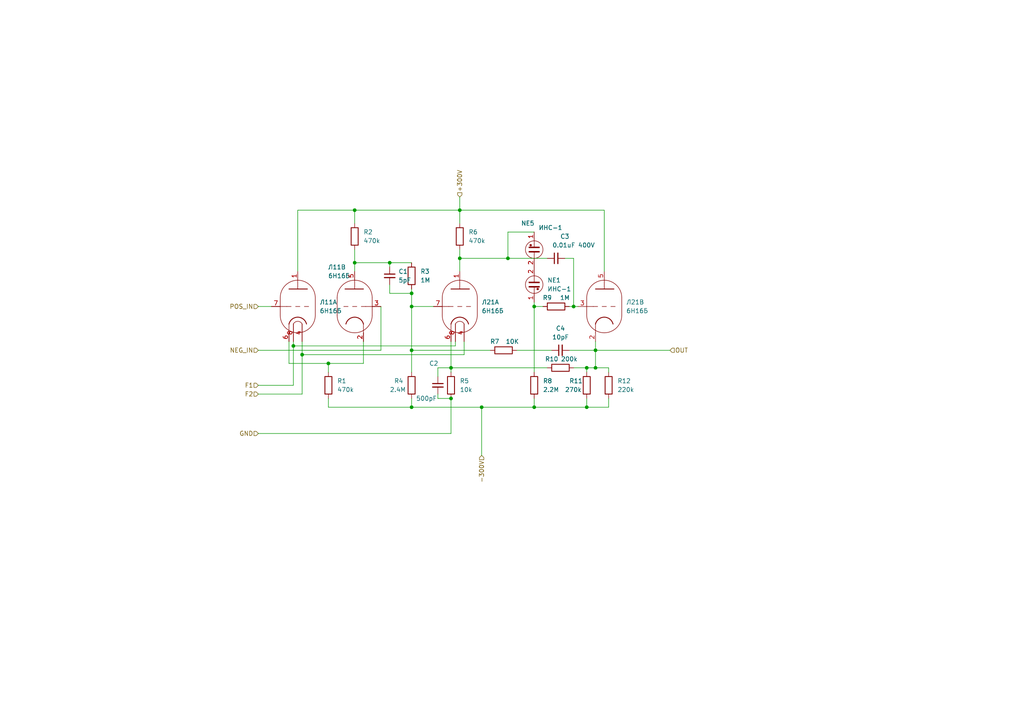
<source format=kicad_sch>
(kicad_sch (version 20230121) (generator eeschema)

  (uuid 2d6bdae2-2c8d-467f-87fd-19e793c78c2d)

  (paper "A4")

  (lib_symbols
    (symbol "Device:C_Small" (pin_numbers hide) (pin_names (offset 0.254) hide) (in_bom yes) (on_board yes)
      (property "Reference" "C" (at 0.254 1.778 0)
        (effects (font (size 1.27 1.27)) (justify left))
      )
      (property "Value" "C_Small" (at 0.254 -2.032 0)
        (effects (font (size 1.27 1.27)) (justify left))
      )
      (property "Footprint" "" (at 0 0 0)
        (effects (font (size 1.27 1.27)) hide)
      )
      (property "Datasheet" "~" (at 0 0 0)
        (effects (font (size 1.27 1.27)) hide)
      )
      (property "ki_keywords" "capacitor cap" (at 0 0 0)
        (effects (font (size 1.27 1.27)) hide)
      )
      (property "ki_description" "Unpolarized capacitor, small symbol" (at 0 0 0)
        (effects (font (size 1.27 1.27)) hide)
      )
      (property "ki_fp_filters" "C_*" (at 0 0 0)
        (effects (font (size 1.27 1.27)) hide)
      )
      (symbol "C_Small_0_1"
        (polyline
          (pts
            (xy -1.524 -0.508)
            (xy 1.524 -0.508)
          )
          (stroke (width 0.3302) (type default))
          (fill (type none))
        )
        (polyline
          (pts
            (xy -1.524 0.508)
            (xy 1.524 0.508)
          )
          (stroke (width 0.3048) (type default))
          (fill (type none))
        )
      )
      (symbol "C_Small_1_1"
        (pin passive line (at 0 2.54 270) (length 2.032)
          (name "~" (effects (font (size 1.27 1.27))))
          (number "1" (effects (font (size 1.27 1.27))))
        )
        (pin passive line (at 0 -2.54 90) (length 2.032)
          (name "~" (effects (font (size 1.27 1.27))))
          (number "2" (effects (font (size 1.27 1.27))))
        )
      )
    )
    (symbol "Device:Lamp_Neon" (pin_names (offset 0.0254) hide) (in_bom yes) (on_board yes)
      (property "Reference" "NE" (at 0.635 3.81 0)
        (effects (font (size 1.27 1.27)) (justify left))
      )
      (property "Value" "Lamp_Neon" (at 0.635 -3.81 0)
        (effects (font (size 1.27 1.27)) (justify left))
      )
      (property "Footprint" "" (at 0 2.54 90)
        (effects (font (size 1.27 1.27)) hide)
      )
      (property "Datasheet" "~" (at 0 2.54 90)
        (effects (font (size 1.27 1.27)) hide)
      )
      (property "ki_keywords" "neon lamp" (at 0 0 0)
        (effects (font (size 1.27 1.27)) hide)
      )
      (property "ki_description" "Neon lamp" (at 0 0 0)
        (effects (font (size 1.27 1.27)) hide)
      )
      (symbol "Lamp_Neon_0_1"
        (rectangle (start -1.524 -0.508) (end 1.524 -0.762)
          (stroke (width 0) (type default))
          (fill (type outline))
        )
        (rectangle (start -1.524 0.762) (end 1.524 0.508)
          (stroke (width 0) (type default))
          (fill (type outline))
        )
        (polyline
          (pts
            (xy 0 -2.54)
            (xy 0 -0.762)
          )
          (stroke (width 0) (type default))
          (fill (type none))
        )
        (polyline
          (pts
            (xy 0 0.762)
            (xy 0 2.54)
          )
          (stroke (width 0) (type default))
          (fill (type none))
        )
        (circle (center 0 0) (radius 2.54)
          (stroke (width 0) (type default))
          (fill (type none))
        )
        (circle (center 1.016 -1.27) (radius 0.254)
          (stroke (width 0) (type default))
          (fill (type outline))
        )
      )
      (symbol "Lamp_Neon_1_1"
        (pin passive line (at 0 -5.08 90) (length 2.54)
          (name "~" (effects (font (size 1.27 1.27))))
          (number "1" (effects (font (size 1.27 1.27))))
        )
        (pin passive line (at 0 5.08 270) (length 2.54)
          (name "~" (effects (font (size 1.27 1.27))))
          (number "2" (effects (font (size 1.27 1.27))))
        )
      )
    )
    (symbol "Device:R" (pin_numbers hide) (pin_names (offset 0)) (in_bom yes) (on_board yes)
      (property "Reference" "R" (at 2.032 0 90)
        (effects (font (size 1.27 1.27)))
      )
      (property "Value" "R" (at 0 0 90)
        (effects (font (size 1.27 1.27)))
      )
      (property "Footprint" "" (at -1.778 0 90)
        (effects (font (size 1.27 1.27)) hide)
      )
      (property "Datasheet" "~" (at 0 0 0)
        (effects (font (size 1.27 1.27)) hide)
      )
      (property "ki_keywords" "R res resistor" (at 0 0 0)
        (effects (font (size 1.27 1.27)) hide)
      )
      (property "ki_description" "Resistor" (at 0 0 0)
        (effects (font (size 1.27 1.27)) hide)
      )
      (property "ki_fp_filters" "R_*" (at 0 0 0)
        (effects (font (size 1.27 1.27)) hide)
      )
      (symbol "R_0_1"
        (rectangle (start -1.016 -2.54) (end 1.016 2.54)
          (stroke (width 0.254) (type default))
          (fill (type none))
        )
      )
      (symbol "R_1_1"
        (pin passive line (at 0 3.81 270) (length 1.27)
          (name "~" (effects (font (size 1.27 1.27))))
          (number "1" (effects (font (size 1.27 1.27))))
        )
        (pin passive line (at 0 -3.81 90) (length 1.27)
          (name "~" (effects (font (size 1.27 1.27))))
          (number "2" (effects (font (size 1.27 1.27))))
        )
      )
    )
    (symbol "vacuum_tube:6Н16Б" (pin_names (offset 0) hide) (in_bom yes) (on_board yes)
      (property "Reference" "Л" (at 3.302 7.874 0)
        (effects (font (size 1.27 1.27)))
      )
      (property "Value" "6Н16Б" (at 8.89 -7.62 0)
        (effects (font (size 1.27 1.27)))
      )
      (property "Footprint" "" (at 6.858 -10.16 0)
        (effects (font (size 1.27 1.27)) hide)
      )
      (property "Datasheet" "" (at 0 0 0)
        (effects (font (size 1.27 1.27)) hide)
      )
      (property "ki_locked" "" (at 0 0 0)
        (effects (font (size 1.27 1.27)))
      )
      (property "ki_keywords" "triode valve" (at 0 0 0)
        (effects (font (size 1.27 1.27)) hide)
      )
      (property "ki_description" "double triode" (at 0 0 0)
        (effects (font (size 1.27 1.27)) hide)
      )
      (property "ki_fp_filters" "VALVE*NOVAL*P*" (at 0 0 0)
        (effects (font (size 1.27 1.27)) hide)
      )
      (symbol "6Н16Б_0_1"
        (arc (start -5.08 -2.54) (mid 0 -7.5979) (end 5.08 -2.54)
          (stroke (width 0) (type default))
          (fill (type none))
        )
        (polyline
          (pts
            (xy 5.08 2.54)
            (xy 5.08 -2.54)
          )
          (stroke (width 0) (type default))
          (fill (type none))
        )
        (polyline
          (pts
            (xy -5.08 2.54)
            (xy -5.08 -2.54)
            (xy -5.08 -2.54)
          )
          (stroke (width 0) (type default))
          (fill (type none))
        )
        (arc (start 5.08 2.54) (mid 0 7.5979) (end -5.08 2.54)
          (stroke (width 0) (type default))
          (fill (type none))
        )
      )
      (symbol "6Н16Б_1_0"
        (polyline
          (pts
            (xy -2.54 -5.08)
            (xy -2.54 -7.62)
          )
          (stroke (width 0) (type default))
          (fill (type none))
        )
        (polyline
          (pts
            (xy 0 5.08)
            (xy 0 7.62)
          )
          (stroke (width 0) (type default))
          (fill (type none))
        )
      )
      (symbol "6Н16Б_1_1"
        (polyline
          (pts
            (xy -5.08 0)
            (xy -3.175 0)
          )
          (stroke (width 0) (type default))
          (fill (type none))
        )
        (polyline
          (pts
            (xy -1.905 0)
            (xy -3.175 0)
          )
          (stroke (width 0.1524) (type default))
          (fill (type none))
        )
        (polyline
          (pts
            (xy -0.635 0)
            (xy 0.635 0)
          )
          (stroke (width 0.1524) (type default))
          (fill (type none))
        )
        (polyline
          (pts
            (xy 1.905 0)
            (xy 3.175 0)
          )
          (stroke (width 0.1524) (type default))
          (fill (type none))
        )
        (polyline
          (pts
            (xy -2.54 5.08)
            (xy 2.794 5.08)
            (xy 2.794 5.08)
          )
          (stroke (width 0.254) (type default))
          (fill (type none))
        )
        (arc (start 1.27 -5.08) (mid 0 -4.2951) (end -1.27 -5.08)
          (stroke (width 0) (type default))
          (fill (type none))
        )
        (arc (start 2.54 -5.08) (mid 0 -3.0968) (end -2.54 -5.08)
          (stroke (width 0.254) (type default))
          (fill (type none))
        )
        (pin output line (at 0 10.16 270) (length 2.54)
          (name "A" (effects (font (size 1.27 1.27))))
          (number "1" (effects (font (size 1.27 1.27))))
        )
        (pin power_in line (at 1.27 -10.16 90) (length 5.08)
          (name "F1" (effects (font (size 1.27 1.27))))
          (number "4" (effects (font (size 1.27 1.27))))
        )
        (pin bidirectional line (at -2.54 -10.16 90) (length 2.54)
          (name "K" (effects (font (size 1.27 1.27))))
          (number "6" (effects (font (size 1.27 1.27))))
        )
        (pin input line (at -7.62 0 0) (length 2.54)
          (name "G" (effects (font (size 1.27 1.27))))
          (number "7" (effects (font (size 1.27 1.27))))
        )
        (pin power_in line (at -1.27 -10.16 90) (length 5.08)
          (name "F1" (effects (font (size 1.27 1.27))))
          (number "8" (effects (font (size 1.27 1.27))))
        )
      )
      (symbol "6Н16Б_2_0"
        (polyline
          (pts
            (xy -2.54 -5.08)
            (xy -2.54 -7.62)
          )
          (stroke (width 0) (type default))
          (fill (type none))
        )
        (polyline
          (pts
            (xy 0 5.08)
            (xy 0 7.62)
          )
          (stroke (width 0) (type default))
          (fill (type none))
        )
      )
      (symbol "6Н16Б_2_1"
        (polyline
          (pts
            (xy -5.08 0)
            (xy -3.175 0)
          )
          (stroke (width 0) (type default))
          (fill (type none))
        )
        (polyline
          (pts
            (xy -1.905 0)
            (xy -3.175 0)
          )
          (stroke (width 0.1524) (type default))
          (fill (type none))
        )
        (polyline
          (pts
            (xy -0.635 0)
            (xy 0.635 0)
          )
          (stroke (width 0.1524) (type default))
          (fill (type none))
        )
        (polyline
          (pts
            (xy 1.905 0)
            (xy 3.175 0)
          )
          (stroke (width 0.1524) (type default))
          (fill (type none))
        )
        (polyline
          (pts
            (xy -2.54 5.08)
            (xy 2.794 5.08)
            (xy 2.794 5.08)
          )
          (stroke (width 0.254) (type default))
          (fill (type none))
        )
        (arc (start 2.54 -5.08) (mid 0 -3.0968) (end -2.54 -5.08)
          (stroke (width 0.254) (type default))
          (fill (type none))
        )
        (pin bidirectional line (at -2.54 -10.16 90) (length 2.54)
          (name "K" (effects (font (size 1.27 1.27))))
          (number "2" (effects (font (size 1.27 1.27))))
        )
        (pin input line (at -7.62 0 0) (length 2.54)
          (name "G" (effects (font (size 1.27 1.27))))
          (number "3" (effects (font (size 1.27 1.27))))
        )
        (pin output line (at 0 10.16 270) (length 2.54)
          (name "A" (effects (font (size 1.27 1.27))))
          (number "5" (effects (font (size 1.27 1.27))))
        )
      )
    )
  )

  (junction (at 119.38 118.11) (diameter 0) (color 0 0 0 0)
    (uuid 0054f551-db6c-40ae-bf20-74d2735b1295)
  )
  (junction (at 166.37 88.9) (diameter 0) (color 0 0 0 0)
    (uuid 09f993a9-4c25-42a7-870e-32baac81c8ee)
  )
  (junction (at 95.25 105.41) (diameter 0) (color 0 0 0 0)
    (uuid 0f7d39d5-50d4-4344-82f0-8f92c6e207b0)
  )
  (junction (at 102.87 76.2) (diameter 0) (color 0 0 0 0)
    (uuid 2673ef56-312b-44aa-a620-cbde37fe2217)
  )
  (junction (at 170.18 106.68) (diameter 0) (color 0 0 0 0)
    (uuid 31adb38a-580d-4df2-8357-6953826a7b56)
  )
  (junction (at 87.63 102.87) (diameter 0) (color 0 0 0 0)
    (uuid 3b96ceaa-2e66-474a-91a8-507dda4f3aee)
  )
  (junction (at 133.35 60.96) (diameter 0) (color 0 0 0 0)
    (uuid 45a40dc0-68fe-4ae7-b3b5-70508051e866)
  )
  (junction (at 172.72 106.68) (diameter 0) (color 0 0 0 0)
    (uuid 47a4a782-9c60-4892-a4b5-9d9dc0712425)
  )
  (junction (at 130.81 106.68) (diameter 0) (color 0 0 0 0)
    (uuid 57713c0f-aa3c-46ee-a6df-de1b9212f57d)
  )
  (junction (at 119.38 88.9) (diameter 0) (color 0 0 0 0)
    (uuid 5e5983c8-0d2f-4b4f-a786-d853dbf575e6)
  )
  (junction (at 102.87 60.96) (diameter 0) (color 0 0 0 0)
    (uuid 7af6dde7-2de9-411b-94ee-f34a507450d7)
  )
  (junction (at 139.7 118.11) (diameter 0) (color 0 0 0 0)
    (uuid 7edee6ee-9f41-4d87-9d3f-2915d8998aab)
  )
  (junction (at 85.09 100.33) (diameter 0) (color 0 0 0 0)
    (uuid 93064f0d-f854-4e56-a719-8410c9876417)
  )
  (junction (at 113.03 76.2) (diameter 0) (color 0 0 0 0)
    (uuid a77ea241-c230-4540-a6da-43dc75af83f8)
  )
  (junction (at 119.38 101.6) (diameter 0) (color 0 0 0 0)
    (uuid b71efc25-a43d-46fb-94ac-71bfc4873ba1)
  )
  (junction (at 154.94 118.11) (diameter 0) (color 0 0 0 0)
    (uuid c55c6066-a12f-4c73-a0a1-9e5a6b16015c)
  )
  (junction (at 147.32 74.93) (diameter 0) (color 0 0 0 0)
    (uuid ccdbddd8-2112-4a57-8f01-4f64a93b45b8)
  )
  (junction (at 130.81 115.57) (diameter 0) (color 0 0 0 0)
    (uuid d3a0e5df-a8d6-480a-8a2f-152bc46143e1)
  )
  (junction (at 172.72 101.6) (diameter 0) (color 0 0 0 0)
    (uuid d9370ce4-0dfc-449e-b03d-9c71b888fa97)
  )
  (junction (at 133.35 74.93) (diameter 0) (color 0 0 0 0)
    (uuid e598bd6c-4c08-4fdf-8ee6-4db1a74458e7)
  )
  (junction (at 170.18 118.11) (diameter 0) (color 0 0 0 0)
    (uuid e785f5a3-1b8a-492a-890b-bbcf5e3abc82)
  )
  (junction (at 119.38 85.09) (diameter 0) (color 0 0 0 0)
    (uuid f6ef9674-d9aa-4b17-8614-c216fede8583)
  )
  (junction (at 154.94 88.9) (diameter 0) (color 0 0 0 0)
    (uuid f8789e94-3073-4b3c-a4dd-3d60f8e22567)
  )

  (wire (pts (xy 113.03 76.2) (xy 113.03 77.47))
    (stroke (width 0) (type default))
    (uuid 0c7131b8-94c4-46b4-88f2-df7db2932a62)
  )
  (wire (pts (xy 175.26 60.96) (xy 133.35 60.96))
    (stroke (width 0) (type default))
    (uuid 0d15a41d-914c-4953-adb3-2147c685eda7)
  )
  (wire (pts (xy 85.09 100.33) (xy 85.09 99.06))
    (stroke (width 0) (type default))
    (uuid 0ee54641-b552-4252-a3d6-64c76838e480)
  )
  (wire (pts (xy 165.1 88.9) (xy 166.37 88.9))
    (stroke (width 0) (type default))
    (uuid 11fa6ab2-6b45-48ac-b7cd-0937c7462231)
  )
  (wire (pts (xy 166.37 106.68) (xy 170.18 106.68))
    (stroke (width 0) (type default))
    (uuid 12d3e95a-b488-4591-85e2-e547ced14534)
  )
  (wire (pts (xy 85.09 111.76) (xy 85.09 100.33))
    (stroke (width 0) (type default))
    (uuid 146d64c4-a5d7-4d12-aa33-a73638143256)
  )
  (wire (pts (xy 139.7 118.11) (xy 139.7 132.08))
    (stroke (width 0) (type default))
    (uuid 16f15d8e-c304-4b76-9f3a-7b1d8b2f88f5)
  )
  (wire (pts (xy 83.82 105.41) (xy 83.82 99.06))
    (stroke (width 0) (type default))
    (uuid 1a6af285-8170-49d7-81b0-4e6e8f2d633f)
  )
  (wire (pts (xy 172.72 101.6) (xy 194.31 101.6))
    (stroke (width 0) (type default))
    (uuid 1c4b8a17-4eaf-40f3-ae12-55b6b9de1100)
  )
  (wire (pts (xy 130.81 106.68) (xy 130.81 107.95))
    (stroke (width 0) (type default))
    (uuid 1c89a15a-c58b-4311-9166-e9b511c33040)
  )
  (wire (pts (xy 170.18 106.68) (xy 170.18 107.95))
    (stroke (width 0) (type default))
    (uuid 22c99ee1-45a9-4277-a219-e460400129ea)
  )
  (wire (pts (xy 127 115.57) (xy 130.81 115.57))
    (stroke (width 0) (type default))
    (uuid 25ef4074-a726-4710-9f92-c38d83cd356a)
  )
  (wire (pts (xy 102.87 60.96) (xy 102.87 64.77))
    (stroke (width 0) (type default))
    (uuid 28c0623d-e8c0-4d87-8f7b-5c0c6dd8634a)
  )
  (wire (pts (xy 113.03 76.2) (xy 119.38 76.2))
    (stroke (width 0) (type default))
    (uuid 29bcf6be-2202-4762-a2ee-f3379ce892f3)
  )
  (wire (pts (xy 102.87 72.39) (xy 102.87 76.2))
    (stroke (width 0) (type default))
    (uuid 2ad767a7-f9ff-494b-904a-f2d2a5657ab5)
  )
  (wire (pts (xy 134.62 99.06) (xy 134.62 102.87))
    (stroke (width 0) (type default))
    (uuid 2eee8105-c75a-49b8-8984-001686d6e986)
  )
  (wire (pts (xy 119.38 85.09) (xy 119.38 88.9))
    (stroke (width 0) (type default))
    (uuid 2f0bafd7-6e39-4171-a64c-377020221315)
  )
  (wire (pts (xy 119.38 101.6) (xy 142.24 101.6))
    (stroke (width 0) (type default))
    (uuid 3123b2e8-7c07-45eb-a9e3-ed094a4960af)
  )
  (wire (pts (xy 172.72 106.68) (xy 176.53 106.68))
    (stroke (width 0) (type default))
    (uuid 3372f5cd-2681-4f43-917c-411f892a1b52)
  )
  (wire (pts (xy 102.87 60.96) (xy 86.36 60.96))
    (stroke (width 0) (type default))
    (uuid 33bca034-f162-4293-ae5b-e69083e85e7c)
  )
  (wire (pts (xy 127 106.68) (xy 130.81 106.68))
    (stroke (width 0) (type default))
    (uuid 36810712-3cdc-4075-b163-fa8c77c7b9cd)
  )
  (wire (pts (xy 165.1 101.6) (xy 172.72 101.6))
    (stroke (width 0) (type default))
    (uuid 3a2c2086-9297-4d7f-a88a-afb2ba4a10f7)
  )
  (wire (pts (xy 154.94 107.95) (xy 154.94 88.9))
    (stroke (width 0) (type default))
    (uuid 3c77ee65-4f39-4aa0-9571-ed4503711f49)
  )
  (wire (pts (xy 110.49 101.6) (xy 74.93 101.6))
    (stroke (width 0) (type default))
    (uuid 3ee58926-09c6-40b5-9cd8-56155d794a92)
  )
  (wire (pts (xy 119.38 118.11) (xy 95.25 118.11))
    (stroke (width 0) (type default))
    (uuid 44287de7-1823-44ad-af1a-462474fdb4d1)
  )
  (wire (pts (xy 102.87 76.2) (xy 102.87 78.74))
    (stroke (width 0) (type default))
    (uuid 49494cd7-6684-468e-96e3-5a8de47bb2c2)
  )
  (wire (pts (xy 74.93 88.9) (xy 78.74 88.9))
    (stroke (width 0) (type default))
    (uuid 5348a1ed-dd1e-4ed5-a5fe-93f6c996886d)
  )
  (wire (pts (xy 83.82 105.41) (xy 95.25 105.41))
    (stroke (width 0) (type default))
    (uuid 540c150a-3c36-403f-9042-69aa49d7975a)
  )
  (wire (pts (xy 119.38 88.9) (xy 125.73 88.9))
    (stroke (width 0) (type default))
    (uuid 59364cc4-673f-4f57-a0d3-208db4bb1118)
  )
  (wire (pts (xy 119.38 83.82) (xy 119.38 85.09))
    (stroke (width 0) (type default))
    (uuid 5aaf594d-d0ce-4842-9051-57c9d8a3dbcf)
  )
  (wire (pts (xy 163.83 74.93) (xy 166.37 74.93))
    (stroke (width 0) (type default))
    (uuid 5ee6fccf-35d2-4d50-b228-2f8f95977428)
  )
  (wire (pts (xy 167.64 88.9) (xy 166.37 88.9))
    (stroke (width 0) (type default))
    (uuid 60a8a679-3937-49c7-aafc-b3b715cf677d)
  )
  (wire (pts (xy 74.93 125.73) (xy 130.81 125.73))
    (stroke (width 0) (type default))
    (uuid 67c1036f-9abb-4b4e-b0bd-a3480bee1dcb)
  )
  (wire (pts (xy 119.38 101.6) (xy 119.38 107.95))
    (stroke (width 0) (type default))
    (uuid 69179a9b-37f9-4dd5-af23-639353f9d972)
  )
  (wire (pts (xy 166.37 74.93) (xy 166.37 88.9))
    (stroke (width 0) (type default))
    (uuid 73c582eb-5050-4df1-a1c3-e5a5c5db47cc)
  )
  (wire (pts (xy 154.94 67.31) (xy 147.32 67.31))
    (stroke (width 0) (type default))
    (uuid 75bb0ed9-4dd9-4cc7-befc-f01c1bce2ef9)
  )
  (wire (pts (xy 127 114.3) (xy 127 115.57))
    (stroke (width 0) (type default))
    (uuid 7ee610c1-e46e-4e9b-acd3-83afcacd4c8a)
  )
  (wire (pts (xy 130.81 99.06) (xy 130.81 106.68))
    (stroke (width 0) (type default))
    (uuid 7f6869d1-bbc7-431b-af0a-6f95e14b6e4b)
  )
  (wire (pts (xy 133.35 74.93) (xy 147.32 74.93))
    (stroke (width 0) (type default))
    (uuid 7fceed54-f002-447c-913d-276d4198d860)
  )
  (wire (pts (xy 74.93 111.76) (xy 85.09 111.76))
    (stroke (width 0) (type default))
    (uuid 83294514-5b73-47b6-8f2a-effbb8ed8e32)
  )
  (wire (pts (xy 119.38 115.57) (xy 119.38 118.11))
    (stroke (width 0) (type default))
    (uuid 8debbb9f-43fe-447a-a462-34fd3ca3089e)
  )
  (wire (pts (xy 147.32 74.93) (xy 158.75 74.93))
    (stroke (width 0) (type default))
    (uuid 8fff27fc-c7ee-4382-91ee-e3624ad5a4fb)
  )
  (wire (pts (xy 172.72 99.06) (xy 172.72 101.6))
    (stroke (width 0) (type default))
    (uuid 9223d7d3-3464-4cbc-b4c7-36ab2155e794)
  )
  (wire (pts (xy 133.35 57.15) (xy 133.35 60.96))
    (stroke (width 0) (type default))
    (uuid 92b7a93f-9747-4472-95cb-cfa3f962baa4)
  )
  (wire (pts (xy 154.94 118.11) (xy 170.18 118.11))
    (stroke (width 0) (type default))
    (uuid 9e0ac5e5-3741-40ae-8fea-16e5c64826a7)
  )
  (wire (pts (xy 119.38 118.11) (xy 139.7 118.11))
    (stroke (width 0) (type default))
    (uuid a22ad378-2def-4548-87e8-11d1a155f490)
  )
  (wire (pts (xy 102.87 76.2) (xy 113.03 76.2))
    (stroke (width 0) (type default))
    (uuid a2674ae8-96cc-43f2-ae98-bd28f5e3e9b3)
  )
  (wire (pts (xy 113.03 82.55) (xy 113.03 85.09))
    (stroke (width 0) (type default))
    (uuid a317d9ca-8f15-49d3-9e6f-1f3f1c9ea228)
  )
  (wire (pts (xy 119.38 88.9) (xy 119.38 101.6))
    (stroke (width 0) (type default))
    (uuid a31f5b0c-c194-4532-8300-16792cc15d01)
  )
  (wire (pts (xy 176.53 106.68) (xy 176.53 107.95))
    (stroke (width 0) (type default))
    (uuid a3ab89e3-a9a9-45d5-9ba8-65ca03d79478)
  )
  (wire (pts (xy 154.94 87.63) (xy 154.94 88.9))
    (stroke (width 0) (type default))
    (uuid a3f9b3ec-867a-4279-89b5-19ac11b94379)
  )
  (wire (pts (xy 170.18 118.11) (xy 170.18 115.57))
    (stroke (width 0) (type default))
    (uuid ac7959c7-53fc-4a07-9232-34fde485ded9)
  )
  (wire (pts (xy 87.63 114.3) (xy 87.63 102.87))
    (stroke (width 0) (type default))
    (uuid ac8a868e-fa69-4f2f-9522-29e0e6dd4feb)
  )
  (wire (pts (xy 170.18 118.11) (xy 176.53 118.11))
    (stroke (width 0) (type default))
    (uuid aca3eab9-d8dc-4530-8a11-7eeb353bda90)
  )
  (wire (pts (xy 139.7 118.11) (xy 154.94 118.11))
    (stroke (width 0) (type default))
    (uuid ada1b25e-fd33-4f66-96ce-c742ba921249)
  )
  (wire (pts (xy 133.35 72.39) (xy 133.35 74.93))
    (stroke (width 0) (type default))
    (uuid b12bb61a-97fb-43f0-b6f7-7a5a194e5339)
  )
  (wire (pts (xy 147.32 67.31) (xy 147.32 74.93))
    (stroke (width 0) (type default))
    (uuid b426775c-da32-4710-976a-9f381285f6ab)
  )
  (wire (pts (xy 170.18 106.68) (xy 172.72 106.68))
    (stroke (width 0) (type default))
    (uuid b67d7e2c-97a6-4aac-b97d-8b5d793bf268)
  )
  (wire (pts (xy 110.49 88.9) (xy 110.49 101.6))
    (stroke (width 0) (type default))
    (uuid b7189da6-1b6b-4791-921e-69039d50b28a)
  )
  (wire (pts (xy 130.81 106.68) (xy 158.75 106.68))
    (stroke (width 0) (type default))
    (uuid b741c053-3369-4fdb-897b-89f3cf201e24)
  )
  (wire (pts (xy 130.81 125.73) (xy 130.81 115.57))
    (stroke (width 0) (type default))
    (uuid bf492a77-1719-41c8-8003-b148c2c0149e)
  )
  (wire (pts (xy 176.53 118.11) (xy 176.53 115.57))
    (stroke (width 0) (type default))
    (uuid c38a5822-2cec-4a29-993c-55e1d38f267c)
  )
  (wire (pts (xy 87.63 102.87) (xy 87.63 99.06))
    (stroke (width 0) (type default))
    (uuid c3ba90db-445c-4f8f-afaf-93259dd56b5e)
  )
  (wire (pts (xy 149.86 101.6) (xy 160.02 101.6))
    (stroke (width 0) (type default))
    (uuid c7565eba-7506-4201-9c40-a1f067ca5875)
  )
  (wire (pts (xy 127 109.22) (xy 127 106.68))
    (stroke (width 0) (type default))
    (uuid c8f6e241-df42-4245-bfbf-99ca1077ebe6)
  )
  (wire (pts (xy 154.94 88.9) (xy 157.48 88.9))
    (stroke (width 0) (type default))
    (uuid c920c61b-a763-4c55-9914-7847c17e8806)
  )
  (wire (pts (xy 132.08 100.33) (xy 85.09 100.33))
    (stroke (width 0) (type default))
    (uuid cc4ee36d-92d2-4829-b68f-954626591182)
  )
  (wire (pts (xy 95.25 118.11) (xy 95.25 115.57))
    (stroke (width 0) (type default))
    (uuid d4f908c2-9393-4a12-b8e4-d54adf2b8cae)
  )
  (wire (pts (xy 133.35 60.96) (xy 133.35 64.77))
    (stroke (width 0) (type default))
    (uuid d775899b-51a8-4903-b89b-8b21b125b1ed)
  )
  (wire (pts (xy 132.08 99.06) (xy 132.08 100.33))
    (stroke (width 0) (type default))
    (uuid d8f85a93-5a6a-4761-b819-d6b47bbc2d94)
  )
  (wire (pts (xy 105.41 105.41) (xy 95.25 105.41))
    (stroke (width 0) (type default))
    (uuid e42f478f-a7ec-44b0-955d-4f7ed41876fc)
  )
  (wire (pts (xy 175.26 78.74) (xy 175.26 60.96))
    (stroke (width 0) (type default))
    (uuid e7fc1155-c3a3-42aa-b1d1-f1363ab72c77)
  )
  (wire (pts (xy 86.36 60.96) (xy 86.36 78.74))
    (stroke (width 0) (type default))
    (uuid e8ebbdfb-53a2-4600-9739-0b778aa504b3)
  )
  (wire (pts (xy 102.87 60.96) (xy 133.35 60.96))
    (stroke (width 0) (type default))
    (uuid e96950a8-fd15-4394-90a8-2c8ae1303f39)
  )
  (wire (pts (xy 74.93 114.3) (xy 87.63 114.3))
    (stroke (width 0) (type default))
    (uuid ee5d959e-3aa1-4018-bb19-faef80fb8260)
  )
  (wire (pts (xy 134.62 102.87) (xy 87.63 102.87))
    (stroke (width 0) (type default))
    (uuid f0d7bfc2-a852-428f-bfc6-c2f575214504)
  )
  (wire (pts (xy 154.94 118.11) (xy 154.94 115.57))
    (stroke (width 0) (type default))
    (uuid f17ced69-02b1-4d0e-a1bc-ca76c628f4b7)
  )
  (wire (pts (xy 172.72 101.6) (xy 172.72 106.68))
    (stroke (width 0) (type default))
    (uuid f41e8652-63c1-4450-813c-901636cdfc18)
  )
  (wire (pts (xy 105.41 99.06) (xy 105.41 105.41))
    (stroke (width 0) (type default))
    (uuid f646fd5d-8dd8-466f-a2cb-e2245bd71944)
  )
  (wire (pts (xy 133.35 74.93) (xy 133.35 78.74))
    (stroke (width 0) (type default))
    (uuid f71db8f1-1fef-4685-9b32-bdaabcdb37e3)
  )
  (wire (pts (xy 113.03 85.09) (xy 119.38 85.09))
    (stroke (width 0) (type default))
    (uuid fa39b51a-0473-4ecb-8395-e7f8526c8038)
  )
  (wire (pts (xy 95.25 105.41) (xy 95.25 107.95))
    (stroke (width 0) (type default))
    (uuid fbd9f451-4eef-44c9-bf7d-efe4243ec2c7)
  )

  (hierarchical_label "-300V" (shape input) (at 139.7 132.08 270) (fields_autoplaced)
    (effects (font (size 1.27 1.27)) (justify right))
    (uuid 16afef74-5b3c-488d-b5d7-1479d692223a)
  )
  (hierarchical_label "F2" (shape input) (at 74.93 114.3 180) (fields_autoplaced)
    (effects (font (size 1.27 1.27)) (justify right))
    (uuid 45348d08-014d-493f-abcd-160aacdafb18)
  )
  (hierarchical_label "GND" (shape input) (at 74.93 125.73 180) (fields_autoplaced)
    (effects (font (size 1.27 1.27)) (justify right))
    (uuid 4f838ac8-0db7-4574-9032-40bc921ebad3)
  )
  (hierarchical_label "F1" (shape input) (at 74.93 111.76 180) (fields_autoplaced)
    (effects (font (size 1.27 1.27)) (justify right))
    (uuid 5ad92a39-f6d1-406b-992f-c5a3d023162f)
  )
  (hierarchical_label "NEG_IN" (shape input) (at 74.93 101.6 180) (fields_autoplaced)
    (effects (font (size 1.27 1.27)) (justify right))
    (uuid 63604434-1cbc-4baf-bc72-db99abf0f8a5)
  )
  (hierarchical_label "POS_IN" (shape input) (at 74.93 88.9 180) (fields_autoplaced)
    (effects (font (size 1.27 1.27)) (justify right))
    (uuid becd6635-6c7a-4bc9-8edf-e93907e95c2c)
  )
  (hierarchical_label "OUT" (shape input) (at 194.31 101.6 0) (fields_autoplaced)
    (effects (font (size 1.27 1.27)) (justify left))
    (uuid d024f1c8-52bf-490f-bbc9-cc8bd3dfdfcf)
  )
  (hierarchical_label "+300V" (shape input) (at 133.35 57.15 90) (fields_autoplaced)
    (effects (font (size 1.27 1.27)) (justify left))
    (uuid ecb18221-c6e1-419b-823a-b1cdf33a3902)
  )

  (symbol (lib_id "Device:R") (at 102.87 68.58 0) (unit 1)
    (in_bom yes) (on_board yes) (dnp no) (fields_autoplaced)
    (uuid 0216e1e5-80bc-45a6-8e86-ba89292c66d2)
    (property "Reference" "R2" (at 105.41 67.31 0)
      (effects (font (size 1.27 1.27)) (justify left))
    )
    (property "Value" "470k" (at 105.41 69.85 0)
      (effects (font (size 1.27 1.27)) (justify left))
    )
    (property "Footprint" "Resistor_THT:R_Axial_DIN0617_L17.0mm_D6.0mm_P20.32mm_Horizontal" (at 101.092 68.58 90)
      (effects (font (size 1.27 1.27)) hide)
    )
    (property "Datasheet" "~" (at 102.87 68.58 0)
      (effects (font (size 1.27 1.27)) hide)
    )
    (pin "1" (uuid b7371d73-22af-4041-a2dc-b4d2fc8a98ee))
    (pin "2" (uuid b8abb921-e63d-452c-b01f-90bf91a31cb1))
    (instances
      (project "opamp"
        (path "/b5578b6d-6c85-47aa-b572-5802af65a37b/0bd7d013-09ad-4146-abf5-0496fcd2c600"
          (reference "R2") (unit 1)
        )
        (path "/b5578b6d-6c85-47aa-b572-5802af65a37b/ebb360f9-4805-4fbb-a66e-f759bde165d7"
          (reference "R14") (unit 1)
        )
        (path "/b5578b6d-6c85-47aa-b572-5802af65a37b/22f22a06-dc9c-47d9-ae40-ba1ade75bf0a"
          (reference "R26") (unit 1)
        )
        (path "/b5578b6d-6c85-47aa-b572-5802af65a37b/df0ee4fc-4d7f-474f-9dcb-4e65806aabbe"
          (reference "R38") (unit 1)
        )
      )
    )
  )

  (symbol (lib_id "Device:R") (at 162.56 106.68 90) (unit 1)
    (in_bom yes) (on_board yes) (dnp no)
    (uuid 19c64c25-9458-4e3f-b6cb-6a194a8fb477)
    (property "Reference" "R10" (at 160.02 104.14 90)
      (effects (font (size 1.27 1.27)))
    )
    (property "Value" "200k" (at 165.1 104.14 90)
      (effects (font (size 1.27 1.27)))
    )
    (property "Footprint" "Resistor_THT:R_Axial_DIN0617_L17.0mm_D6.0mm_P20.32mm_Horizontal" (at 162.56 108.458 90)
      (effects (font (size 1.27 1.27)) hide)
    )
    (property "Datasheet" "~" (at 162.56 106.68 0)
      (effects (font (size 1.27 1.27)) hide)
    )
    (pin "1" (uuid 59ad81d0-17c0-49cb-ac0c-393bf85d0c93))
    (pin "2" (uuid 0e40fa22-3f21-46c6-8623-539c3219b20a))
    (instances
      (project "opamp"
        (path "/b5578b6d-6c85-47aa-b572-5802af65a37b/0bd7d013-09ad-4146-abf5-0496fcd2c600"
          (reference "R10") (unit 1)
        )
        (path "/b5578b6d-6c85-47aa-b572-5802af65a37b/ebb360f9-4805-4fbb-a66e-f759bde165d7"
          (reference "R22") (unit 1)
        )
        (path "/b5578b6d-6c85-47aa-b572-5802af65a37b/22f22a06-dc9c-47d9-ae40-ba1ade75bf0a"
          (reference "R34") (unit 1)
        )
        (path "/b5578b6d-6c85-47aa-b572-5802af65a37b/df0ee4fc-4d7f-474f-9dcb-4e65806aabbe"
          (reference "R46") (unit 1)
        )
      )
    )
  )

  (symbol (lib_id "Device:R") (at 119.38 111.76 0) (unit 1)
    (in_bom yes) (on_board yes) (dnp no)
    (uuid 24893ca8-1053-4c17-9972-0c0a8154d609)
    (property "Reference" "R4" (at 114.3 110.49 0)
      (effects (font (size 1.27 1.27)) (justify left))
    )
    (property "Value" "2.4M" (at 113.03 113.03 0)
      (effects (font (size 1.27 1.27)) (justify left))
    )
    (property "Footprint" "Resistor_THT:R_Axial_DIN0617_L17.0mm_D6.0mm_P20.32mm_Horizontal" (at 117.602 111.76 90)
      (effects (font (size 1.27 1.27)) hide)
    )
    (property "Datasheet" "~" (at 119.38 111.76 0)
      (effects (font (size 1.27 1.27)) hide)
    )
    (pin "1" (uuid 378b828c-d0d5-496c-9b71-21c541dc818c))
    (pin "2" (uuid ab5a9c34-70dc-4e1c-99fd-a7dcdcf2644d))
    (instances
      (project "opamp"
        (path "/b5578b6d-6c85-47aa-b572-5802af65a37b/0bd7d013-09ad-4146-abf5-0496fcd2c600"
          (reference "R4") (unit 1)
        )
        (path "/b5578b6d-6c85-47aa-b572-5802af65a37b/ebb360f9-4805-4fbb-a66e-f759bde165d7"
          (reference "R16") (unit 1)
        )
        (path "/b5578b6d-6c85-47aa-b572-5802af65a37b/22f22a06-dc9c-47d9-ae40-ba1ade75bf0a"
          (reference "R28") (unit 1)
        )
        (path "/b5578b6d-6c85-47aa-b572-5802af65a37b/df0ee4fc-4d7f-474f-9dcb-4e65806aabbe"
          (reference "R40") (unit 1)
        )
      )
    )
  )

  (symbol (lib_id "Device:R") (at 154.94 111.76 0) (unit 1)
    (in_bom yes) (on_board yes) (dnp no) (fields_autoplaced)
    (uuid 3f7f5921-fc6e-4024-bf65-233322e3d4f9)
    (property "Reference" "R8" (at 157.48 110.49 0)
      (effects (font (size 1.27 1.27)) (justify left))
    )
    (property "Value" "2.2M" (at 157.48 113.03 0)
      (effects (font (size 1.27 1.27)) (justify left))
    )
    (property "Footprint" "Resistor_THT:R_Axial_DIN0617_L17.0mm_D6.0mm_P20.32mm_Horizontal" (at 153.162 111.76 90)
      (effects (font (size 1.27 1.27)) hide)
    )
    (property "Datasheet" "~" (at 154.94 111.76 0)
      (effects (font (size 1.27 1.27)) hide)
    )
    (pin "1" (uuid 79630f1f-0e27-4a6b-9e60-9afd9a49ae43))
    (pin "2" (uuid 6951148e-25e9-40e7-af3f-0e20b327d8c0))
    (instances
      (project "opamp"
        (path "/b5578b6d-6c85-47aa-b572-5802af65a37b/0bd7d013-09ad-4146-abf5-0496fcd2c600"
          (reference "R8") (unit 1)
        )
        (path "/b5578b6d-6c85-47aa-b572-5802af65a37b/ebb360f9-4805-4fbb-a66e-f759bde165d7"
          (reference "R20") (unit 1)
        )
        (path "/b5578b6d-6c85-47aa-b572-5802af65a37b/22f22a06-dc9c-47d9-ae40-ba1ade75bf0a"
          (reference "R32") (unit 1)
        )
        (path "/b5578b6d-6c85-47aa-b572-5802af65a37b/df0ee4fc-4d7f-474f-9dcb-4e65806aabbe"
          (reference "R44") (unit 1)
        )
      )
    )
  )

  (symbol (lib_id "Device:C_Small") (at 113.03 80.01 0) (unit 1)
    (in_bom yes) (on_board yes) (dnp no) (fields_autoplaced)
    (uuid 42e0900a-e605-4245-a8cf-9ba1501e419c)
    (property "Reference" "C1" (at 115.57 78.7463 0)
      (effects (font (size 1.27 1.27)) (justify left))
    )
    (property "Value" "5pF" (at 115.57 81.2863 0)
      (effects (font (size 1.27 1.27)) (justify left))
    )
    (property "Footprint" "Capacitor_THT:C_Axial_L12.0mm_D7.5mm_P15.00mm_Horizontal" (at 113.03 80.01 0)
      (effects (font (size 1.27 1.27)) hide)
    )
    (property "Datasheet" "~" (at 113.03 80.01 0)
      (effects (font (size 1.27 1.27)) hide)
    )
    (pin "2" (uuid 9e4d5909-c3a1-46bb-839d-eabb02d56261))
    (pin "1" (uuid 285f5d0b-c638-4fc9-ba61-dea59befe0bb))
    (instances
      (project "opamp"
        (path "/b5578b6d-6c85-47aa-b572-5802af65a37b/0bd7d013-09ad-4146-abf5-0496fcd2c600"
          (reference "C1") (unit 1)
        )
        (path "/b5578b6d-6c85-47aa-b572-5802af65a37b/ebb360f9-4805-4fbb-a66e-f759bde165d7"
          (reference "C5") (unit 1)
        )
        (path "/b5578b6d-6c85-47aa-b572-5802af65a37b/22f22a06-dc9c-47d9-ae40-ba1ade75bf0a"
          (reference "C9") (unit 1)
        )
        (path "/b5578b6d-6c85-47aa-b572-5802af65a37b/df0ee4fc-4d7f-474f-9dcb-4e65806aabbe"
          (reference "C13") (unit 1)
        )
      )
    )
  )

  (symbol (lib_id "Device:Lamp_Neon") (at 154.94 82.55 0) (unit 1)
    (in_bom yes) (on_board yes) (dnp no) (fields_autoplaced)
    (uuid 55468990-1960-41ed-8998-80f646eca757)
    (property "Reference" "NE1" (at 158.75 81.28 0)
      (effects (font (size 1.27 1.27)) (justify left))
    )
    (property "Value" "ИНС-1" (at 158.75 83.82 0)
      (effects (font (size 1.27 1.27)) (justify left))
    )
    (property "Footprint" "valves:ИНС-1" (at 154.94 80.01 90)
      (effects (font (size 1.27 1.27)) hide)
    )
    (property "Datasheet" "~" (at 154.94 80.01 90)
      (effects (font (size 1.27 1.27)) hide)
    )
    (pin "1" (uuid 2a948040-0bb4-4be5-ac51-71af03608c2c))
    (pin "2" (uuid 1f8925be-f639-46b1-9b14-dda34731cda2))
    (instances
      (project "opamp"
        (path "/b5578b6d-6c85-47aa-b572-5802af65a37b/0bd7d013-09ad-4146-abf5-0496fcd2c600"
          (reference "NE1") (unit 1)
        )
        (path "/b5578b6d-6c85-47aa-b572-5802af65a37b/ebb360f9-4805-4fbb-a66e-f759bde165d7"
          (reference "NE2") (unit 1)
        )
        (path "/b5578b6d-6c85-47aa-b572-5802af65a37b/22f22a06-dc9c-47d9-ae40-ba1ade75bf0a"
          (reference "NE3") (unit 1)
        )
        (path "/b5578b6d-6c85-47aa-b572-5802af65a37b/df0ee4fc-4d7f-474f-9dcb-4e65806aabbe"
          (reference "NE4") (unit 1)
        )
      )
    )
  )

  (symbol (lib_id "Device:R") (at 130.81 111.76 0) (unit 1)
    (in_bom yes) (on_board yes) (dnp no) (fields_autoplaced)
    (uuid 5ac51b83-327f-4e9a-8ba3-c24d4fcf48fb)
    (property "Reference" "R5" (at 133.35 110.49 0)
      (effects (font (size 1.27 1.27)) (justify left))
    )
    (property "Value" "10k" (at 133.35 113.03 0)
      (effects (font (size 1.27 1.27)) (justify left))
    )
    (property "Footprint" "Resistor_THT:R_Axial_DIN0617_L17.0mm_D6.0mm_P20.32mm_Horizontal" (at 129.032 111.76 90)
      (effects (font (size 1.27 1.27)) hide)
    )
    (property "Datasheet" "~" (at 130.81 111.76 0)
      (effects (font (size 1.27 1.27)) hide)
    )
    (pin "1" (uuid 50803398-0391-4544-b72a-163569f9f3b1))
    (pin "2" (uuid bd33e0de-0ac9-4b5f-83e5-fd3277949f3f))
    (instances
      (project "opamp"
        (path "/b5578b6d-6c85-47aa-b572-5802af65a37b/0bd7d013-09ad-4146-abf5-0496fcd2c600"
          (reference "R5") (unit 1)
        )
        (path "/b5578b6d-6c85-47aa-b572-5802af65a37b/ebb360f9-4805-4fbb-a66e-f759bde165d7"
          (reference "R17") (unit 1)
        )
        (path "/b5578b6d-6c85-47aa-b572-5802af65a37b/22f22a06-dc9c-47d9-ae40-ba1ade75bf0a"
          (reference "R29") (unit 1)
        )
        (path "/b5578b6d-6c85-47aa-b572-5802af65a37b/df0ee4fc-4d7f-474f-9dcb-4e65806aabbe"
          (reference "R41") (unit 1)
        )
      )
    )
  )

  (symbol (lib_id "Device:R") (at 133.35 68.58 0) (unit 1)
    (in_bom yes) (on_board yes) (dnp no) (fields_autoplaced)
    (uuid 66fb426b-8b10-456e-9b20-a4a890144900)
    (property "Reference" "R6" (at 135.89 67.31 0)
      (effects (font (size 1.27 1.27)) (justify left))
    )
    (property "Value" "470k" (at 135.89 69.85 0)
      (effects (font (size 1.27 1.27)) (justify left))
    )
    (property "Footprint" "Resistor_THT:R_Axial_DIN0617_L17.0mm_D6.0mm_P20.32mm_Horizontal" (at 131.572 68.58 90)
      (effects (font (size 1.27 1.27)) hide)
    )
    (property "Datasheet" "~" (at 133.35 68.58 0)
      (effects (font (size 1.27 1.27)) hide)
    )
    (pin "1" (uuid 108ee179-6b52-4eb4-b242-9de8e16646bc))
    (pin "2" (uuid d06a1217-0185-418f-8645-12f55aa5155e))
    (instances
      (project "opamp"
        (path "/b5578b6d-6c85-47aa-b572-5802af65a37b/0bd7d013-09ad-4146-abf5-0496fcd2c600"
          (reference "R6") (unit 1)
        )
        (path "/b5578b6d-6c85-47aa-b572-5802af65a37b/ebb360f9-4805-4fbb-a66e-f759bde165d7"
          (reference "R18") (unit 1)
        )
        (path "/b5578b6d-6c85-47aa-b572-5802af65a37b/22f22a06-dc9c-47d9-ae40-ba1ade75bf0a"
          (reference "R30") (unit 1)
        )
        (path "/b5578b6d-6c85-47aa-b572-5802af65a37b/df0ee4fc-4d7f-474f-9dcb-4e65806aabbe"
          (reference "R42") (unit 1)
        )
      )
    )
  )

  (symbol (lib_id "Device:R") (at 119.38 80.01 0) (unit 1)
    (in_bom yes) (on_board yes) (dnp no) (fields_autoplaced)
    (uuid 858b0ddb-4022-4b9b-b5b6-b122a408a7ec)
    (property "Reference" "R3" (at 121.92 78.74 0)
      (effects (font (size 1.27 1.27)) (justify left))
    )
    (property "Value" "1M" (at 121.92 81.28 0)
      (effects (font (size 1.27 1.27)) (justify left))
    )
    (property "Footprint" "Resistor_THT:R_Axial_DIN0617_L17.0mm_D6.0mm_P20.32mm_Horizontal" (at 117.602 80.01 90)
      (effects (font (size 1.27 1.27)) hide)
    )
    (property "Datasheet" "~" (at 119.38 80.01 0)
      (effects (font (size 1.27 1.27)) hide)
    )
    (pin "1" (uuid f76fc5b0-cd5b-438c-a093-cae1f7fb03ea))
    (pin "2" (uuid 362f24bd-4277-4ee7-821c-926fdda5ec98))
    (instances
      (project "opamp"
        (path "/b5578b6d-6c85-47aa-b572-5802af65a37b/0bd7d013-09ad-4146-abf5-0496fcd2c600"
          (reference "R3") (unit 1)
        )
        (path "/b5578b6d-6c85-47aa-b572-5802af65a37b/ebb360f9-4805-4fbb-a66e-f759bde165d7"
          (reference "R15") (unit 1)
        )
        (path "/b5578b6d-6c85-47aa-b572-5802af65a37b/22f22a06-dc9c-47d9-ae40-ba1ade75bf0a"
          (reference "R27") (unit 1)
        )
        (path "/b5578b6d-6c85-47aa-b572-5802af65a37b/df0ee4fc-4d7f-474f-9dcb-4e65806aabbe"
          (reference "R39") (unit 1)
        )
      )
    )
  )

  (symbol (lib_id "vacuum_tube:6Н16Б") (at 133.35 88.9 0) (unit 1)
    (in_bom yes) (on_board yes) (dnp no) (fields_autoplaced)
    (uuid 8c6f1081-f014-4aae-883c-216a8a5ef9e4)
    (property "Reference" "Л21" (at 139.7 87.6299 0)
      (effects (font (size 1.27 1.27)) (justify left))
    )
    (property "Value" "6Н16Б" (at 139.7 90.1699 0)
      (effects (font (size 1.27 1.27)) (justify left))
    )
    (property "Footprint" "valves:6N16B" (at 140.208 99.06 0)
      (effects (font (size 1.27 1.27)) hide)
    )
    (property "Datasheet" "" (at 133.35 88.9 0)
      (effects (font (size 1.27 1.27)) hide)
    )
    (pin "1" (uuid a044f6dd-27fa-4de5-85b4-37caa0ca10b4))
    (pin "4" (uuid d2f24dd1-3e53-4fca-984b-b464b8fb2476))
    (pin "6" (uuid 94904986-62ff-46b7-997c-a2237d625675))
    (pin "7" (uuid d0b2b64b-90c6-4338-86c8-7b716be95dff))
    (pin "8" (uuid 0944c404-4d2c-4c5a-a4ae-80b923bd14b4))
    (pin "2" (uuid 5c0e76a6-d6ed-48ea-9006-048911aa42ba))
    (pin "3" (uuid 9057b929-187a-4124-925d-959f4043d9b1))
    (pin "5" (uuid d74bb14f-b3b7-4f4a-9953-8f6078d897b4))
    (instances
      (project "opamp"
        (path "/b5578b6d-6c85-47aa-b572-5802af65a37b/0bd7d013-09ad-4146-abf5-0496fcd2c600"
          (reference "Л21") (unit 1)
        )
        (path "/b5578b6d-6c85-47aa-b572-5802af65a37b/ebb360f9-4805-4fbb-a66e-f759bde165d7"
          (reference "Л22") (unit 1)
        )
        (path "/b5578b6d-6c85-47aa-b572-5802af65a37b/22f22a06-dc9c-47d9-ae40-ba1ade75bf0a"
          (reference "Л23") (unit 1)
        )
        (path "/b5578b6d-6c85-47aa-b572-5802af65a37b/df0ee4fc-4d7f-474f-9dcb-4e65806aabbe"
          (reference "Л24") (unit 1)
        )
      )
    )
  )

  (symbol (lib_id "vacuum_tube:6Н16Б") (at 175.26 88.9 0) (unit 2)
    (in_bom yes) (on_board yes) (dnp no) (fields_autoplaced)
    (uuid 9cb68a2c-e51a-47d0-aebd-7963608edb17)
    (property "Reference" "Л21" (at 181.61 87.6299 0)
      (effects (font (size 1.27 1.27)) (justify left))
    )
    (property "Value" "6Н16Б" (at 181.61 90.1699 0)
      (effects (font (size 1.27 1.27)) (justify left))
    )
    (property "Footprint" "valves:6N16B" (at 182.118 99.06 0)
      (effects (font (size 1.27 1.27)) hide)
    )
    (property "Datasheet" "" (at 175.26 88.9 0)
      (effects (font (size 1.27 1.27)) hide)
    )
    (pin "1" (uuid 05fa4144-39b6-4448-a766-cb6d9e6f2e07))
    (pin "4" (uuid 58984a3b-882e-4f0a-a674-553989c50275))
    (pin "6" (uuid 3721388e-5227-491e-9225-d3291f68000a))
    (pin "7" (uuid 49dc2ccc-1467-4082-80da-e80f34687cd5))
    (pin "8" (uuid 9cf332b2-9d8b-4441-bd70-b2eec6d1a458))
    (pin "2" (uuid 48eadc9b-076f-4c7e-a9e9-7f580c37c060))
    (pin "3" (uuid e4b186d7-dd90-4a9d-8ed2-e8facf4d9136))
    (pin "5" (uuid f581f636-9d2e-46ef-92a7-b910c6085918))
    (instances
      (project "opamp"
        (path "/b5578b6d-6c85-47aa-b572-5802af65a37b/0bd7d013-09ad-4146-abf5-0496fcd2c600"
          (reference "Л21") (unit 2)
        )
        (path "/b5578b6d-6c85-47aa-b572-5802af65a37b/ebb360f9-4805-4fbb-a66e-f759bde165d7"
          (reference "Л22") (unit 2)
        )
        (path "/b5578b6d-6c85-47aa-b572-5802af65a37b/22f22a06-dc9c-47d9-ae40-ba1ade75bf0a"
          (reference "Л23") (unit 2)
        )
        (path "/b5578b6d-6c85-47aa-b572-5802af65a37b/df0ee4fc-4d7f-474f-9dcb-4e65806aabbe"
          (reference "Л24") (unit 2)
        )
      )
    )
  )

  (symbol (lib_id "Device:C_Small") (at 127 111.76 0) (unit 1)
    (in_bom yes) (on_board yes) (dnp no)
    (uuid a026fc53-7dc5-4008-be67-f66da5e2a80d)
    (property "Reference" "C2" (at 124.46 105.41 0)
      (effects (font (size 1.27 1.27)) (justify left))
    )
    (property "Value" "500pF" (at 120.65 115.57 0)
      (effects (font (size 1.27 1.27)) (justify left))
    )
    (property "Footprint" "Capacitor_THT:C_Axial_L22.0mm_D9.5mm_P27.50mm_Horizontal" (at 127 111.76 0)
      (effects (font (size 1.27 1.27)) hide)
    )
    (property "Datasheet" "~" (at 127 111.76 0)
      (effects (font (size 1.27 1.27)) hide)
    )
    (pin "2" (uuid b9571ea6-e658-4691-972e-872865931b6c))
    (pin "1" (uuid 0642081b-cf78-4a31-9b11-cd41b299648f))
    (instances
      (project "opamp"
        (path "/b5578b6d-6c85-47aa-b572-5802af65a37b/0bd7d013-09ad-4146-abf5-0496fcd2c600"
          (reference "C2") (unit 1)
        )
        (path "/b5578b6d-6c85-47aa-b572-5802af65a37b/ebb360f9-4805-4fbb-a66e-f759bde165d7"
          (reference "C6") (unit 1)
        )
        (path "/b5578b6d-6c85-47aa-b572-5802af65a37b/22f22a06-dc9c-47d9-ae40-ba1ade75bf0a"
          (reference "C10") (unit 1)
        )
        (path "/b5578b6d-6c85-47aa-b572-5802af65a37b/df0ee4fc-4d7f-474f-9dcb-4e65806aabbe"
          (reference "C14") (unit 1)
        )
      )
    )
  )

  (symbol (lib_id "Device:R") (at 146.05 101.6 90) (unit 1)
    (in_bom yes) (on_board yes) (dnp no)
    (uuid b416d437-79a1-4047-910e-91f73d67ae33)
    (property "Reference" "R7" (at 143.51 99.06 90)
      (effects (font (size 1.27 1.27)))
    )
    (property "Value" "10K" (at 148.59 99.06 90)
      (effects (font (size 1.27 1.27)))
    )
    (property "Footprint" "Resistor_THT:R_Axial_DIN0617_L17.0mm_D6.0mm_P20.32mm_Horizontal" (at 146.05 103.378 90)
      (effects (font (size 1.27 1.27)) hide)
    )
    (property "Datasheet" "~" (at 146.05 101.6 0)
      (effects (font (size 1.27 1.27)) hide)
    )
    (pin "1" (uuid 9227f1d4-5e50-4da0-8db1-faacc4058c90))
    (pin "2" (uuid 46fd846d-03df-4617-aa01-9f13a9f7bb80))
    (instances
      (project "opamp"
        (path "/b5578b6d-6c85-47aa-b572-5802af65a37b/0bd7d013-09ad-4146-abf5-0496fcd2c600"
          (reference "R7") (unit 1)
        )
        (path "/b5578b6d-6c85-47aa-b572-5802af65a37b/ebb360f9-4805-4fbb-a66e-f759bde165d7"
          (reference "R19") (unit 1)
        )
        (path "/b5578b6d-6c85-47aa-b572-5802af65a37b/22f22a06-dc9c-47d9-ae40-ba1ade75bf0a"
          (reference "R31") (unit 1)
        )
        (path "/b5578b6d-6c85-47aa-b572-5802af65a37b/df0ee4fc-4d7f-474f-9dcb-4e65806aabbe"
          (reference "R43") (unit 1)
        )
      )
    )
  )

  (symbol (lib_id "Device:Lamp_Neon") (at 154.94 72.39 180) (unit 1)
    (in_bom yes) (on_board yes) (dnp no)
    (uuid b57dd02e-0e94-434a-be8c-f13a653af5b6)
    (property "Reference" "NE5" (at 151.13 64.77 0)
      (effects (font (size 1.27 1.27)) (justify right))
    )
    (property "Value" "ИНС-1" (at 156.21 66.04 0)
      (effects (font (size 1.27 1.27)) (justify right))
    )
    (property "Footprint" "valves:ИНС-1" (at 154.94 74.93 90)
      (effects (font (size 1.27 1.27)) hide)
    )
    (property "Datasheet" "~" (at 154.94 74.93 90)
      (effects (font (size 1.27 1.27)) hide)
    )
    (pin "1" (uuid d136c28f-4a25-464a-95a5-f5bc2b63fa44))
    (pin "2" (uuid d486b577-4cbf-4541-ba7e-d7bfe331f6fc))
    (instances
      (project "opamp"
        (path "/b5578b6d-6c85-47aa-b572-5802af65a37b/0bd7d013-09ad-4146-abf5-0496fcd2c600"
          (reference "NE5") (unit 1)
        )
        (path "/b5578b6d-6c85-47aa-b572-5802af65a37b/ebb360f9-4805-4fbb-a66e-f759bde165d7"
          (reference "NE6") (unit 1)
        )
        (path "/b5578b6d-6c85-47aa-b572-5802af65a37b/22f22a06-dc9c-47d9-ae40-ba1ade75bf0a"
          (reference "NE7") (unit 1)
        )
        (path "/b5578b6d-6c85-47aa-b572-5802af65a37b/df0ee4fc-4d7f-474f-9dcb-4e65806aabbe"
          (reference "NE8") (unit 1)
        )
      )
    )
  )

  (symbol (lib_id "Device:R") (at 176.53 111.76 0) (unit 1)
    (in_bom yes) (on_board yes) (dnp no) (fields_autoplaced)
    (uuid c5f7f4e7-d863-4596-a197-dc3abae90bea)
    (property "Reference" "R12" (at 179.07 110.49 0)
      (effects (font (size 1.27 1.27)) (justify left))
    )
    (property "Value" "220k" (at 179.07 113.03 0)
      (effects (font (size 1.27 1.27)) (justify left))
    )
    (property "Footprint" "Resistor_THT:R_Axial_DIN0617_L17.0mm_D6.0mm_P20.32mm_Horizontal" (at 174.752 111.76 90)
      (effects (font (size 1.27 1.27)) hide)
    )
    (property "Datasheet" "~" (at 176.53 111.76 0)
      (effects (font (size 1.27 1.27)) hide)
    )
    (pin "1" (uuid 99d9a802-4fa1-4f87-8420-d81d30e4909f))
    (pin "2" (uuid e027f8db-dbb5-4ee3-9e72-ccf30929d660))
    (instances
      (project "opamp"
        (path "/b5578b6d-6c85-47aa-b572-5802af65a37b/0bd7d013-09ad-4146-abf5-0496fcd2c600"
          (reference "R12") (unit 1)
        )
        (path "/b5578b6d-6c85-47aa-b572-5802af65a37b/ebb360f9-4805-4fbb-a66e-f759bde165d7"
          (reference "R24") (unit 1)
        )
        (path "/b5578b6d-6c85-47aa-b572-5802af65a37b/22f22a06-dc9c-47d9-ae40-ba1ade75bf0a"
          (reference "R36") (unit 1)
        )
        (path "/b5578b6d-6c85-47aa-b572-5802af65a37b/df0ee4fc-4d7f-474f-9dcb-4e65806aabbe"
          (reference "R48") (unit 1)
        )
      )
    )
  )

  (symbol (lib_id "Device:R") (at 170.18 111.76 0) (unit 1)
    (in_bom yes) (on_board yes) (dnp no)
    (uuid c8988559-1ddb-4919-bd0d-99d461cbdc45)
    (property "Reference" "R11" (at 165.1 110.49 0)
      (effects (font (size 1.27 1.27)) (justify left))
    )
    (property "Value" "270k" (at 163.83 113.03 0)
      (effects (font (size 1.27 1.27)) (justify left))
    )
    (property "Footprint" "Resistor_THT:R_Axial_DIN0617_L17.0mm_D6.0mm_P20.32mm_Horizontal" (at 168.402 111.76 90)
      (effects (font (size 1.27 1.27)) hide)
    )
    (property "Datasheet" "~" (at 170.18 111.76 0)
      (effects (font (size 1.27 1.27)) hide)
    )
    (pin "1" (uuid 50766a62-5183-403a-a3d4-cb7f62728d28))
    (pin "2" (uuid 76294d89-5e4d-41a5-a14d-e6b933f91758))
    (instances
      (project "opamp"
        (path "/b5578b6d-6c85-47aa-b572-5802af65a37b/0bd7d013-09ad-4146-abf5-0496fcd2c600"
          (reference "R11") (unit 1)
        )
        (path "/b5578b6d-6c85-47aa-b572-5802af65a37b/ebb360f9-4805-4fbb-a66e-f759bde165d7"
          (reference "R23") (unit 1)
        )
        (path "/b5578b6d-6c85-47aa-b572-5802af65a37b/22f22a06-dc9c-47d9-ae40-ba1ade75bf0a"
          (reference "R35") (unit 1)
        )
        (path "/b5578b6d-6c85-47aa-b572-5802af65a37b/df0ee4fc-4d7f-474f-9dcb-4e65806aabbe"
          (reference "R47") (unit 1)
        )
      )
    )
  )

  (symbol (lib_id "vacuum_tube:6Н16Б") (at 86.36 88.9 0) (unit 1)
    (in_bom yes) (on_board yes) (dnp no) (fields_autoplaced)
    (uuid cb555480-b6d7-4d32-9615-b8f7c2b5d93f)
    (property "Reference" "Л11" (at 92.71 87.6299 0)
      (effects (font (size 1.27 1.27)) (justify left))
    )
    (property "Value" "6Н16Б" (at 92.71 90.1699 0)
      (effects (font (size 1.27 1.27)) (justify left))
    )
    (property "Footprint" "valves:6N16B" (at 93.218 99.06 0)
      (effects (font (size 1.27 1.27)) hide)
    )
    (property "Datasheet" "" (at 86.36 88.9 0)
      (effects (font (size 1.27 1.27)) hide)
    )
    (pin "1" (uuid 12346106-a173-4bf2-87fa-4fe2b7af4f25))
    (pin "4" (uuid 7518d892-6007-450c-acce-cf396ccd7ba5))
    (pin "6" (uuid f67eb39d-092e-43ea-aeb4-f72af1352721))
    (pin "7" (uuid c43383c9-a68d-45fb-9743-d340fe9c5966))
    (pin "8" (uuid 86be7d4b-f4c0-4ce0-acdd-9b0e6aba4df5))
    (pin "2" (uuid 5c0e76a6-d6ed-48ea-9006-048911aa42bb))
    (pin "3" (uuid 9057b929-187a-4124-925d-959f4043d9b2))
    (pin "5" (uuid d74bb14f-b3b7-4f4a-9953-8f6078d897b5))
    (instances
      (project "opamp"
        (path "/b5578b6d-6c85-47aa-b572-5802af65a37b/0bd7d013-09ad-4146-abf5-0496fcd2c600"
          (reference "Л11") (unit 1)
        )
        (path "/b5578b6d-6c85-47aa-b572-5802af65a37b/ebb360f9-4805-4fbb-a66e-f759bde165d7"
          (reference "Л12") (unit 1)
        )
        (path "/b5578b6d-6c85-47aa-b572-5802af65a37b/22f22a06-dc9c-47d9-ae40-ba1ade75bf0a"
          (reference "Л13") (unit 1)
        )
        (path "/b5578b6d-6c85-47aa-b572-5802af65a37b/df0ee4fc-4d7f-474f-9dcb-4e65806aabbe"
          (reference "Л14") (unit 1)
        )
      )
    )
  )

  (symbol (lib_id "Device:R") (at 161.29 88.9 90) (unit 1)
    (in_bom yes) (on_board yes) (dnp no)
    (uuid cf4f5afa-19a0-4304-8eb6-4242f19a8c28)
    (property "Reference" "R9" (at 158.75 86.36 90)
      (effects (font (size 1.27 1.27)))
    )
    (property "Value" "1M" (at 163.83 86.36 90)
      (effects (font (size 1.27 1.27)))
    )
    (property "Footprint" "Resistor_THT:R_Axial_DIN0617_L17.0mm_D6.0mm_P20.32mm_Horizontal" (at 161.29 90.678 90)
      (effects (font (size 1.27 1.27)) hide)
    )
    (property "Datasheet" "~" (at 161.29 88.9 0)
      (effects (font (size 1.27 1.27)) hide)
    )
    (pin "1" (uuid cecb30d4-a30c-4fb7-807e-485e428e3c62))
    (pin "2" (uuid 77f21929-82cc-4f04-981d-55baf66ad5c2))
    (instances
      (project "opamp"
        (path "/b5578b6d-6c85-47aa-b572-5802af65a37b/0bd7d013-09ad-4146-abf5-0496fcd2c600"
          (reference "R9") (unit 1)
        )
        (path "/b5578b6d-6c85-47aa-b572-5802af65a37b/ebb360f9-4805-4fbb-a66e-f759bde165d7"
          (reference "R21") (unit 1)
        )
        (path "/b5578b6d-6c85-47aa-b572-5802af65a37b/22f22a06-dc9c-47d9-ae40-ba1ade75bf0a"
          (reference "R33") (unit 1)
        )
        (path "/b5578b6d-6c85-47aa-b572-5802af65a37b/df0ee4fc-4d7f-474f-9dcb-4e65806aabbe"
          (reference "R45") (unit 1)
        )
      )
    )
  )

  (symbol (lib_id "Device:C_Small") (at 162.56 101.6 90) (unit 1)
    (in_bom yes) (on_board yes) (dnp no) (fields_autoplaced)
    (uuid d8e556b1-eafa-4d17-a59e-14c871ad21fc)
    (property "Reference" "C4" (at 162.5663 95.25 90)
      (effects (font (size 1.27 1.27)))
    )
    (property "Value" "10pF" (at 162.5663 97.79 90)
      (effects (font (size 1.27 1.27)))
    )
    (property "Footprint" "Capacitor_THT:C_Axial_L12.0mm_D7.5mm_P15.00mm_Horizontal" (at 162.56 101.6 0)
      (effects (font (size 1.27 1.27)) hide)
    )
    (property "Datasheet" "~" (at 162.56 101.6 0)
      (effects (font (size 1.27 1.27)) hide)
    )
    (pin "2" (uuid 74462b26-fb22-457d-bf1e-b866b4e21b40))
    (pin "1" (uuid 1d697a09-553a-44eb-ab86-5ea61738b420))
    (instances
      (project "opamp"
        (path "/b5578b6d-6c85-47aa-b572-5802af65a37b/0bd7d013-09ad-4146-abf5-0496fcd2c600"
          (reference "C4") (unit 1)
        )
        (path "/b5578b6d-6c85-47aa-b572-5802af65a37b/ebb360f9-4805-4fbb-a66e-f759bde165d7"
          (reference "C8") (unit 1)
        )
        (path "/b5578b6d-6c85-47aa-b572-5802af65a37b/22f22a06-dc9c-47d9-ae40-ba1ade75bf0a"
          (reference "C12") (unit 1)
        )
        (path "/b5578b6d-6c85-47aa-b572-5802af65a37b/df0ee4fc-4d7f-474f-9dcb-4e65806aabbe"
          (reference "C16") (unit 1)
        )
      )
    )
  )

  (symbol (lib_id "Device:R") (at 95.25 111.76 0) (unit 1)
    (in_bom yes) (on_board yes) (dnp no) (fields_autoplaced)
    (uuid eafd3582-ba9a-49fa-ae88-db3f24095f6f)
    (property "Reference" "R1" (at 97.79 110.49 0)
      (effects (font (size 1.27 1.27)) (justify left))
    )
    (property "Value" "470k" (at 97.79 113.03 0)
      (effects (font (size 1.27 1.27)) (justify left))
    )
    (property "Footprint" "Resistor_THT:R_Axial_DIN0617_L17.0mm_D6.0mm_P20.32mm_Horizontal" (at 93.472 111.76 90)
      (effects (font (size 1.27 1.27)) hide)
    )
    (property "Datasheet" "~" (at 95.25 111.76 0)
      (effects (font (size 1.27 1.27)) hide)
    )
    (pin "1" (uuid 689d6959-28ba-4c14-adc7-237b3b8ea802))
    (pin "2" (uuid f8cfa848-b261-4927-bd8e-e4164fa0f7d0))
    (instances
      (project "opamp"
        (path "/b5578b6d-6c85-47aa-b572-5802af65a37b/0bd7d013-09ad-4146-abf5-0496fcd2c600"
          (reference "R1") (unit 1)
        )
        (path "/b5578b6d-6c85-47aa-b572-5802af65a37b/ebb360f9-4805-4fbb-a66e-f759bde165d7"
          (reference "R13") (unit 1)
        )
        (path "/b5578b6d-6c85-47aa-b572-5802af65a37b/22f22a06-dc9c-47d9-ae40-ba1ade75bf0a"
          (reference "R25") (unit 1)
        )
        (path "/b5578b6d-6c85-47aa-b572-5802af65a37b/df0ee4fc-4d7f-474f-9dcb-4e65806aabbe"
          (reference "R37") (unit 1)
        )
      )
    )
  )

  (symbol (lib_id "Device:C_Small") (at 161.29 74.93 90) (unit 1)
    (in_bom yes) (on_board yes) (dnp no)
    (uuid f957f96e-9f3b-4937-9270-36a056e0d570)
    (property "Reference" "C3" (at 163.83 68.58 90)
      (effects (font (size 1.27 1.27)))
    )
    (property "Value" "0.01uF 400V" (at 166.37 71.12 90)
      (effects (font (size 1.27 1.27)))
    )
    (property "Footprint" "Capacitor_THT:C_Axial_L12.0mm_D9.5mm_P15.00mm_Horizontal" (at 161.29 74.93 0)
      (effects (font (size 1.27 1.27)) hide)
    )
    (property "Datasheet" "~" (at 161.29 74.93 0)
      (effects (font (size 1.27 1.27)) hide)
    )
    (pin "2" (uuid b1d6f323-a9ae-4cfd-b0d1-8bcbe720ec29))
    (pin "1" (uuid 29d8c2ab-12c0-482d-a5ba-524e68808fd0))
    (instances
      (project "opamp"
        (path "/b5578b6d-6c85-47aa-b572-5802af65a37b/0bd7d013-09ad-4146-abf5-0496fcd2c600"
          (reference "C3") (unit 1)
        )
        (path "/b5578b6d-6c85-47aa-b572-5802af65a37b/ebb360f9-4805-4fbb-a66e-f759bde165d7"
          (reference "C7") (unit 1)
        )
        (path "/b5578b6d-6c85-47aa-b572-5802af65a37b/22f22a06-dc9c-47d9-ae40-ba1ade75bf0a"
          (reference "C11") (unit 1)
        )
        (path "/b5578b6d-6c85-47aa-b572-5802af65a37b/df0ee4fc-4d7f-474f-9dcb-4e65806aabbe"
          (reference "C15") (unit 1)
        )
      )
    )
  )

  (symbol (lib_id "vacuum_tube:6Н16Б") (at 102.87 88.9 0) (mirror y) (unit 2)
    (in_bom yes) (on_board yes) (dnp no)
    (uuid fd2d1738-b042-4681-9fe2-6e715560ad5f)
    (property "Reference" "Л11" (at 100.33 77.47 0)
      (effects (font (size 1.27 1.27)) (justify left))
    )
    (property "Value" "6Н16Б" (at 101.6 80.01 0)
      (effects (font (size 1.27 1.27)) (justify left))
    )
    (property "Footprint" "valves:6N16B" (at 96.012 99.06 0)
      (effects (font (size 1.27 1.27)) hide)
    )
    (property "Datasheet" "" (at 102.87 88.9 0)
      (effects (font (size 1.27 1.27)) hide)
    )
    (pin "1" (uuid 05fa4144-39b6-4448-a766-cb6d9e6f2e06))
    (pin "4" (uuid 58984a3b-882e-4f0a-a674-553989c50274))
    (pin "6" (uuid 3721388e-5227-491e-9225-d3291f680009))
    (pin "7" (uuid 49dc2ccc-1467-4082-80da-e80f34687cd4))
    (pin "8" (uuid 9cf332b2-9d8b-4441-bd70-b2eec6d1a457))
    (pin "2" (uuid 9510a7d3-1f1e-4e9e-a667-5fd9d6770cbf))
    (pin "3" (uuid 4b632298-d6aa-4770-a7e8-1a422f3b0dd0))
    (pin "5" (uuid 9d0c166f-3914-43e4-a323-6f2155f2b1ba))
    (instances
      (project "opamp"
        (path "/b5578b6d-6c85-47aa-b572-5802af65a37b/0bd7d013-09ad-4146-abf5-0496fcd2c600"
          (reference "Л11") (unit 2)
        )
        (path "/b5578b6d-6c85-47aa-b572-5802af65a37b/ebb360f9-4805-4fbb-a66e-f759bde165d7"
          (reference "Л12") (unit 2)
        )
        (path "/b5578b6d-6c85-47aa-b572-5802af65a37b/22f22a06-dc9c-47d9-ae40-ba1ade75bf0a"
          (reference "Л13") (unit 2)
        )
        (path "/b5578b6d-6c85-47aa-b572-5802af65a37b/df0ee4fc-4d7f-474f-9dcb-4e65806aabbe"
          (reference "Л14") (unit 2)
        )
      )
    )
  )
)

</source>
